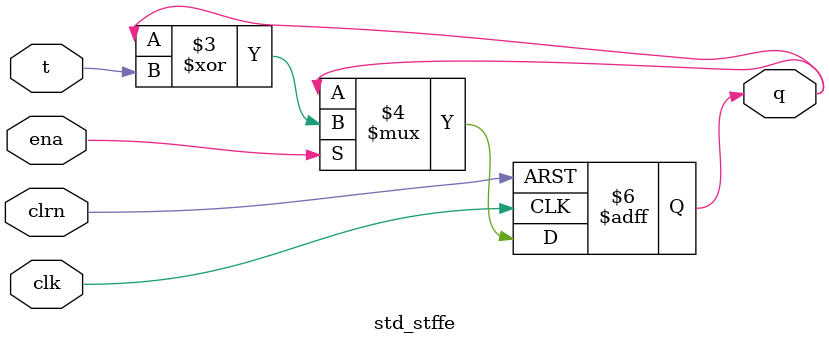
<source format=sv>
module std_stffe #(parameter logic RESET_STATE = 1'b0)
(
	input t,
	input clk,
	input clrn,
	input ena,
	output logic q
);

// In Altera devices, register signals have a set priority.
// The HDL design should reflect this priority.
always_ff @(posedge clk, negedge clrn) begin : t_enable_flip_flop
	// The asynchronous reset signal has highest priority
	if (~clrn) begin
		q <= RESET_STATE;
	end else if(ena) begin
		q <= q ^ t;
	end
end : t_enable_flip_flop


endmodule: std_stffe
</source>
